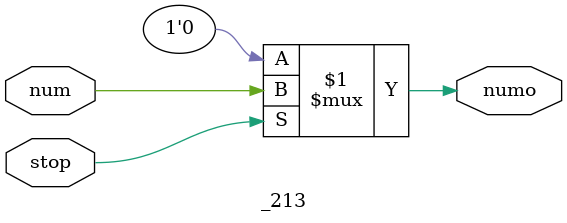
<source format=v>
module _213(stop,num,numo);
input stop;
input num;
output numo;
assign numo=(stop)?num:1'b0;
endmodule
</source>
